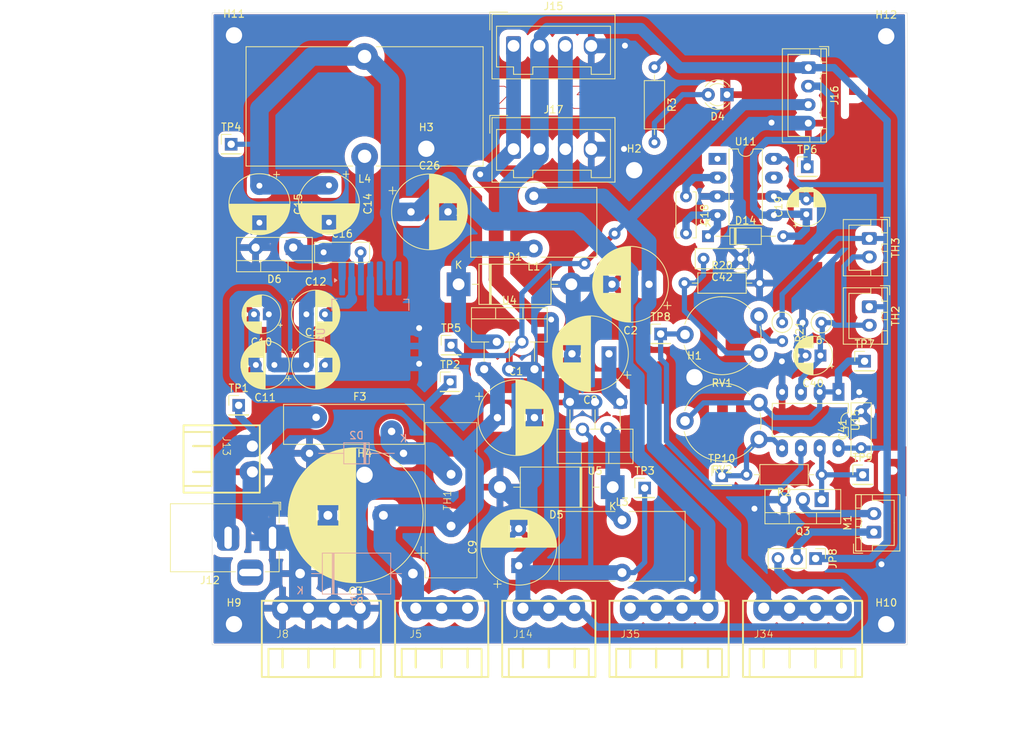
<source format=kicad_pcb>
(kicad_pcb
	(version 20240108)
	(generator "pcbnew")
	(generator_version "8.0")
	(general
		(thickness 1.6)
		(legacy_teardrops no)
	)
	(paper "A4")
	(layers
		(0 "F.Cu" signal)
		(1 "In1.Cu" signal)
		(2 "In2.Cu" signal)
		(31 "B.Cu" signal)
		(32 "B.Adhes" user "B.Adhesive")
		(33 "F.Adhes" user "F.Adhesive")
		(34 "B.Paste" user)
		(35 "F.Paste" user)
		(36 "B.SilkS" user "B.Silkscreen")
		(37 "F.SilkS" user "F.Silkscreen")
		(38 "B.Mask" user)
		(39 "F.Mask" user)
		(40 "Dwgs.User" user "User.Drawings")
		(41 "Cmts.User" user "User.Comments")
		(42 "Eco1.User" user "User.Eco1")
		(43 "Eco2.User" user "User.Eco2")
		(44 "Edge.Cuts" user)
		(45 "Margin" user)
		(46 "B.CrtYd" user "B.Courtyard")
		(47 "F.CrtYd" user "F.Courtyard")
		(48 "B.Fab" user)
		(49 "F.Fab" user)
		(50 "User.1" user)
		(51 "User.2" user)
		(52 "User.3" user)
		(53 "User.4" user)
		(54 "User.5" user)
		(55 "User.6" user)
		(56 "User.7" user)
		(57 "User.8" user)
		(58 "User.9" user)
	)
	(setup
		(stackup
			(layer "F.SilkS"
				(type "Top Silk Screen")
			)
			(layer "F.Paste"
				(type "Top Solder Paste")
			)
			(layer "F.Mask"
				(type "Top Solder Mask")
				(thickness 0.01)
			)
			(layer "F.Cu"
				(type "copper")
				(thickness 0.035)
			)
			(layer "dielectric 1"
				(type "prepreg")
				(thickness 0.1)
				(material "FR4")
				(epsilon_r 4.5)
				(loss_tangent 0.02)
			)
			(layer "In1.Cu"
				(type "copper")
				(thickness 0.035)
			)
			(layer "dielectric 2"
				(type "core")
				(thickness 1.24)
				(material "FR4")
				(epsilon_r 4.5)
				(loss_tangent 0.02)
			)
			(layer "In2.Cu"
				(type "copper")
				(thickness 0.035)
			)
			(layer "dielectric 3"
				(type "prepreg")
				(thickness 0.1)
				(material "FR4")
				(epsilon_r 4.5)
				(loss_tangent 0.02)
			)
			(layer "B.Cu"
				(type "copper")
				(thickness 0.035)
			)
			(layer "B.Mask"
				(type "Bottom Solder Mask")
				(thickness 0.01)
			)
			(layer "B.Paste"
				(type "Bottom Solder Paste")
			)
			(layer "B.SilkS"
				(type "Bottom Silk Screen")
				(color "Red")
			)
			(copper_finish "None")
			(dielectric_constraints no)
		)
		(pad_to_mask_clearance 0)
		(allow_soldermask_bridges_in_footprints no)
		(pcbplotparams
			(layerselection 0x0001000_fffffff9)
			(plot_on_all_layers_selection 0x0000000_00000000)
			(disableapertmacros no)
			(usegerberextensions no)
			(usegerberattributes no)
			(usegerberadvancedattributes yes)
			(creategerberjobfile no)
			(dashed_line_dash_ratio 12.000000)
			(dashed_line_gap_ratio 3.000000)
			(svgprecision 4)
			(plotframeref no)
			(viasonmask no)
			(mode 1)
			(useauxorigin no)
			(hpglpennumber 1)
			(hpglpenspeed 20)
			(hpglpendiameter 15.000000)
			(pdf_front_fp_property_popups yes)
			(pdf_back_fp_property_popups yes)
			(dxfpolygonmode yes)
			(dxfimperialunits yes)
			(dxfusepcbnewfont yes)
			(psnegative no)
			(psa4output no)
			(plotreference no)
			(plotvalue no)
			(plotfptext no)
			(plotinvisibletext no)
			(sketchpadsonfab no)
			(subtractmaskfromsilk no)
			(outputformat 1)
			(mirror no)
			(drillshape 0)
			(scaleselection 1)
			(outputdirectory "export/")
		)
	)
	(net 0 "")
	(net 1 "+5V")
	(net 2 "+24V filtered")
	(net 3 "GND")
	(net 4 "+3V3")
	(net 5 "+12V")
	(net 6 "Net-(D6-K)")
	(net 7 "Net-(U1-BOOT)")
	(net 8 "Net-(U11-CAP+)")
	(net 9 "Net-(D14-K)")
	(net 10 "-5V")
	(net 11 "Net-(D1-K)")
	(net 12 "Net-(D2-K)")
	(net 13 "Net-(D5-K)")
	(net 14 "+BATT")
	(net 15 "unconnected-(U1-EN-Pad7)")
	(net 16 "unconnected-(U1-NC-Pad5)")
	(net 17 "unconnected-(U11-OSC-Pad7)")
	(net 18 "unconnected-(U11-NC-Pad1)")
	(net 19 "Net-(U15A-+)")
	(net 20 "Net-(C42-Pad2)")
	(net 21 "Net-(JP8-C)")
	(net 22 "Net-(M1--)")
	(net 23 "Net-(Q3-G)")
	(net 24 "Net-(U15B-+)")
	(net 25 "Net-(R21-Pad2)")
	(net 26 "Net-(U15B--)")
	(net 27 "Net-(U15A--)")
	(net 28 "Net-(D4-A)")
	(footprint "Capacitor_THT:CP_Radial_D10.0mm_P5.00mm" (layer "F.Cu") (at 129.286 109.061993 90))
	(footprint "Capacitor_THT:CP_Radial_D10.0mm_P5.00mm" (layer "F.Cu") (at 126.410323 89.040962))
	(footprint "Diode_THT:D_DO-201AD_P15.24mm_Horizontal" (layer "F.Cu") (at 141.986 98.438962 180))
	(footprint "Potentiometer_THT:Potentiometer_Piher_PT-10-V10_Vertical" (layer "F.Cu") (at 161.757499 75.306462 180))
	(footprint "Connector_JST:JST_XH_B2B-XH-A_1x02_P2.50mm_Vertical" (layer "F.Cu") (at 177.275 104.514962 90))
	(footprint "Connector_PinHeader_2.54mm:PinHeader_1x01_P2.54mm_Vertical" (layer "F.Cu") (at 90.424 52.07))
	(footprint "Potentiometer_THT:Potentiometer_Piher_PT-10-V10_Vertical" (layer "F.Cu") (at 161.757499 86.990462 180))
	(footprint "Capacitor_THT:C_Disc_D6.0mm_W2.5mm_P5.00mm" (layer "F.Cu") (at 151.892 59.123888 -90))
	(footprint "Package_TO_SOT_THT:TO-220-5_P3.4x3.7mm_StaggerOdd_Lead3.8mm_Vertical" (layer "F.Cu") (at 124.616 82.489962))
	(footprint "Resistor_THT:R_Axial_DIN0207_L6.3mm_D2.5mm_P2.54mm_Vertical" (layer "F.Cu") (at 170.18 76.2 180))
	(footprint "Package_TO_SOT_THT:TO-220-3_Vertical" (layer "F.Cu") (at 170.219499 100.125462 180))
	(footprint "Connector_PinHeader_2.54mm:PinHeader_1x01_P2.54mm_Vertical" (layer "F.Cu") (at 176.022 81.407))
	(footprint "Capacitor_THT:CP_Radial_D6.3mm_P2.50mm" (layer "F.Cu") (at 100.592664 75.064811))
	(footprint "custom-footprints1:MountingHole_2.2mm_NPTH-with-pad" (layer "F.Cu") (at 178.943 37.465))
	(footprint "Package_DIP:DIP-8_W7.62mm_LongPads" (layer "F.Cu") (at 172.495499 85.561462 -90))
	(footprint "Resistor_THT:R_Axial_DIN0207_L6.3mm_D2.5mm_P10.16mm_Horizontal" (layer "F.Cu") (at 147.6248 41.656 -90))
	(footprint "custom-footprints1:MountingHole_2.2mm_NPTH-with-pad" (layer "F.Cu") (at 90.805 116.967))
	(footprint "custom-footprints1:WAGO 734-164 Print-Stiftleiste, Mini, RM 3,5, gewinkelt, 4-polig" (layer "F.Cu") (at 97.366 114.808))
	(footprint "Connector_PinHeader_2.54mm:PinHeader_1x01_P2.54mm_Vertical" (layer "F.Cu") (at 91.44 87.376))
	(footprint "Capacitor_THT:CP_Radial_D18.0mm_P7.50mm"
		(layer "F.Cu")
		(uuid "3e12b180-088b-46cd-b5c6-9617c716b1a6")
		(at 110.998 102.248962 180)
		(descr "CP, Radial series, Radial, pin pitch=7.50mm, , diameter=18mm, Electrolytic Capacitor")
		(tags "CP Radial series Radial pin pitch 7.50mm  diameter 18mm Electrolytic Capacitor")
		(property "Reference" "C3"
			(at 3.75 -10.25 0)
			(layer "F.SilkS")
			(uuid "c0dbac4b-d18d-44e0-abe6-6b3f876fe509")
			(effects
				(font
					(size 1 1)
					(thickness 0.15)
				)
			)
		)
		(property "Value" "2200uf"
			(at 3.75 10.25 0)
			(layer "F.Fab")
			(uuid "1f7d7bb5-f802-471e-8ae7-4e1a80563b95")
			(effects
				(font
					(size 1 1)
					(thickness 0.15)
				)
			)
		)
		(property "Footprint" "Capacitor_THT:CP_Radial_D18.0mm_P7.50mm"
			(at 0 0 180)
			(unlocked yes)
			(layer "F.Fab")
			(hide yes)
			(uuid "cd037e7c-88f5-4614-9539-47ece2e39e2f")
			(effects
				(font
					(size 1.27 1.27)
					(thickness 0.15)
				)
			)
		)
		(property "Datasheet" "https://www.reichelt.com/be/en/shop/product/elko_2200_f_35_v_105_c-166415"
			(at 0 0 180)
			(unlocked yes)
			(layer "F.Fab")
			(hide yes)
			(uuid "09c9c45c-cd56-4403-bd81-cc88382ef4e9")
			(effects
				(font
					(size 1.27 1.27)
					(thickness 0.15)
				)
			)
		)
		(property "Description" "Polarized capacitor"
			(at 0 0 180)
			(unlocked yes)
			(layer "F.Fab")
			(hide yes)
			(uuid "114210ba-bd57-4105-96f8-5187314aacb0")
			(effects
				(font
					(size 1.27 1.27)
					(thickness 0.15)
				)
			)
		)
		(property ki_fp_filters "CP_*")
		(path "/16680157-dcc5-42d4-8ccc-a59b4c4006fd")
		(sheetname "Root")
		(sheetfile "power-supply-board_v1.0.kicad_sch")
		(attr through_hole)
		(fp_line
			(start 12.87 -0.04)
			(end 12.87 0.04)
			(stroke
				(width 0.12)
				(type solid)
			)
			(layer "F.SilkS")
			(uuid "87732204-ffd3-4010-92fe-e84d597261db")
		)
		(fp_line
			(start 12.83 -0.814)
			(end 12.83 0.814)
			(stroke
				(width 0.12)
				(type solid)
			)
			(layer "F.SilkS")
			(uuid "18f893c9-7fff-4554-a0a6-9513f8452e28")
		)
		(fp_line
			(start 12.79 -1.166)
			(end 12.79 1.166)
			(stroke
				(width 0.12)
				(type solid)
			)
			(layer "F.SilkS")
			(uuid "2b52467b-0cfb-4412-b0ac-068e45849888")
		)
		(fp_line
			(start 12.75 -1.435)
			(end 12.75 1.435)
			(stroke
				(width 0.12)
				(type solid)
			)
			(layer "F.SilkS")
			(uuid "34e20984-e432-4254-860c-82b93de5475e")
		)
		(fp_line
			(start 12.71 -1.661)
			(end 12.71 1.661)
			(stroke
				(width 0.12)
				(type solid)
			)
			(layer "F.SilkS")
			(uuid "9e5473ed-98ba-43aa-9d6a-8eaabc33a9dc")
		)
		(fp_line
			(start 12.67 -1.86)
			(end 12.67 1.86)
			(stroke
				(width 0.12)
				(type solid)
			)
			(layer "F.SilkS")
			(uuid "08c8f39a-99ff-4afd-b845-1d83a6340213")
		)
		(fp_line
			(start 12.63 -2.039)
			(end 12.63 2.039)
			(stroke
				(width 0.12)
				(type solid)
			)
			(layer "F.SilkS")
			(uuid "d5eaf986-9534-4524-ad49-665dbecfec0f")
		)
		(fp_line
			(start 12.59 -2.203)
			(end 12.59 2.203)
			(stroke
				(width 0.12)
				(type solid)
			)
			(layer "F.SilkS")
			(uuid "5cf0b090-f6b4-43c7-a6ce-0f71cd8210ee")
		)
		(fp_line
			(start 12.55 -2.355)
			(end 12.55 2.355)
			(stroke
				(width 0.12)
				(type solid)
			)
			(layer "F.SilkS")
			(uuid "8e66bac3-0b2f-40ec-8c73-97c7d6b2f138")
		)
		(fp_line
			(start 12.51 -2.498)
			(end 12.51 2.498)
			(stroke
				(width 0.12)
				(type solid)
			)
			(layer "F.SilkS")
			(uuid "66bbea31-836a-4c65-9a2d-0d3a29f8dc12")
		)
		(fp_line
			(start 12.47 -2.632)
			(end 12.47 2.632)
			(stroke
				(width 0.12)
				(type solid)
			)
			(layer "F.SilkS")
			(uuid "633c10e5-f6ae-42eb-b5a5-18a2e88ec3af")
		)
		(fp_line
			(start 12.43 -2.759)
			(end 12.43 2.759)
			(stroke
				(width 0.12)
				(type solid)
			)
			(layer "F.SilkS")
			(uuid "5c14d289-cf82-40f2-ae41-fa734da4dc2a")
		)
		(fp_line
			(start 12.39 -2.88)
			(end 12.39 2.88)
			(stroke
				(width 0.12)
				(type solid)
			)
			(layer "F.SilkS")
			(uuid "92d777da-31b2-4188-88bd-b48da7e6abd8")
		)
		(fp_line
			(start 12.35 -2.996)
			(end 12.35 2.996)
			(stroke
				(width 0.12)
				(type solid)
			)
			(layer "F.SilkS")
			(uuid "107af9bb-841b-4c31-9fac-3060a5bfa1b6")
		)
		(fp_line
			(start 12.31 -3.107)
			(end 12.31 3.107)
			(stroke
				(width 0.12)
				(type solid)
			)
			(layer "F.SilkS")
			(uuid "9396642f-f979-4d78-bd91-7a436359d103")
		)
		(fp_line
			(start 12.27 -3.214)
			(end 12.27 3.214)
			(stroke
				(width 0.12)
				(type solid)
			)
			(layer "F.SilkS")
			(uuid "7a28f269-c130-4a30-a607-7c6287357369")
		)
		(fp_line
			(start 12.23 -3.317)
			(end 12.23 3.317)
			(stroke
				(width 0.12)
				(type solid)
			)
			(layer "F.SilkS")
			(uuid "156f2bc4-880c-4c21-8655-9d32c230dad4")
		)
		(fp_line
			(start 12.19 -3.416)
			(end 12.19 3.416)
			(stroke
				(width 0.12)
				(type solid)
			)
			(layer "F.SilkS")
			(uuid "63c8fd17-e6c3-478f-ad62-b0bb53559406")
		)
		(fp_line
			(start 12.15 -3.512)
			(end 12.15 3.512)
			(stroke
				(width 0.12)
				(type solid)
			)
			(layer "F.SilkS")
			(uuid "639c7f9b-f812-46a4-b756-7753f6943a6f")
		)
		(fp_line
			(start 12.11 -3.605)
			(end 12.11 3.605)
			(stroke
				(width 0.12)
				(type solid)
			)
			(layer "F.SilkS")
			(uuid "134d240f-7cb0-4052-9ccf-efb724369b7f")
		)
		(fp_line
			(start 12.07 -3.696)
			(end 12.07 3.696)
			(stroke
				(width 0.12)
				(type solid)
			)
			(layer "F.SilkS")
			(uuid "bf388105-023e-4a71-bbdb-3b21c9fcd2cc")
		)
		(fp_line
			(start 12.03 -3.784)
			(end 12.03 3.784)
			(stroke
				(width 0.12)
				(type solid)
			)
			(layer "F.SilkS")
			(uuid "49aa2ba0-ba19-4ea1-a70a-173a6f627315")
		)
		(fp_line
			(start 11.99 -3.869)
			(end 11.99 3.869)
			(stroke
				(width 0.12)
				(type solid)
			)
			(layer "F.SilkS")
			(uuid "679bfa39-c021-436e-b2f6-eef91e7a3433")
		)
		(fp_line
			(start 11.95 -3.952)
			(end 11.95 3.952)
			(stroke
				(width 0.12)
				(type solid)
			)
			(layer "F.SilkS")
			(uuid "f874119e-1338-4beb-b6c9-42b4db275c1b")
		)
		(fp_line
			(start 11.911 -4.033)
			(end 11.911 4.033)
			(stroke
				(width 0.12)
				(type solid)
			)
			(layer "F.SilkS")
			(uuid "009a31cf-7161-4030-9ee2-4ee6c8662a63")
		)
		(fp_line
			(start 11.871 -4.113)
			(end 11.871 4.113)
			(stroke
				(width 0.12)
				(type solid)
			)
			(layer "F.SilkS")
			(uuid "68b92ccc-7298-4ad5-a9de-6f696f4ebe2e")
		)
		(fp_line
			(start 11.831 -4.19)
			(end 11.831 4.19)
			(stroke
				(width 0.12)
				(type solid)
			)
			(layer "F.SilkS")
			(uuid "b62a9674-bd46-40fc-859a-9a51e479b097")
		)
		(fp_line
			(start 11.791 -4.265)
			(end 11.791 4.265)
			(stroke
				(width 0.12)
				(type solid)
			)
			(layer "F.SilkS")
			(uuid "f11c470d-142c-4357-900e-889b10e3b0e2")
		)
		(fp_line
			(start 11.751 -4.339)
			(end 11.751 4.339)
			(stroke
				(width 0.12)
				(type solid)
			)
			(layer "F.SilkS")
			(uuid "79a89223-4ff2-
... [1181177 chars truncated]
</source>
